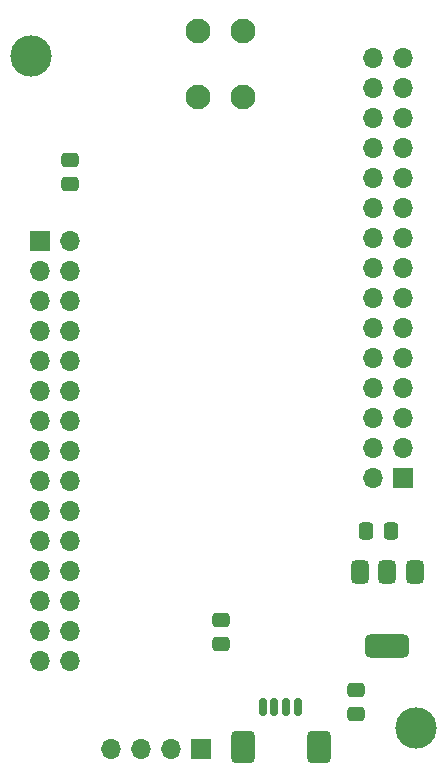
<source format=gbr>
%TF.GenerationSoftware,KiCad,Pcbnew,8.0.8*%
%TF.CreationDate,2025-01-31T12:33:27+11:00*%
%TF.ProjectId,v6_equip_joiner,76365f65-7175-4697-905f-6a6f696e6572,rev?*%
%TF.SameCoordinates,Original*%
%TF.FileFunction,Soldermask,Top*%
%TF.FilePolarity,Negative*%
%FSLAX46Y46*%
G04 Gerber Fmt 4.6, Leading zero omitted, Abs format (unit mm)*
G04 Created by KiCad (PCBNEW 8.0.8) date 2025-01-31 12:33:27*
%MOMM*%
%LPD*%
G01*
G04 APERTURE LIST*
G04 Aperture macros list*
%AMRoundRect*
0 Rectangle with rounded corners*
0 $1 Rounding radius*
0 $2 $3 $4 $5 $6 $7 $8 $9 X,Y pos of 4 corners*
0 Add a 4 corners polygon primitive as box body*
4,1,4,$2,$3,$4,$5,$6,$7,$8,$9,$2,$3,0*
0 Add four circle primitives for the rounded corners*
1,1,$1+$1,$2,$3*
1,1,$1+$1,$4,$5*
1,1,$1+$1,$6,$7*
1,1,$1+$1,$8,$9*
0 Add four rect primitives between the rounded corners*
20,1,$1+$1,$2,$3,$4,$5,0*
20,1,$1+$1,$4,$5,$6,$7,0*
20,1,$1+$1,$6,$7,$8,$9,0*
20,1,$1+$1,$8,$9,$2,$3,0*%
G04 Aperture macros list end*
%ADD10RoundRect,0.250000X0.475000X-0.337500X0.475000X0.337500X-0.475000X0.337500X-0.475000X-0.337500X0*%
%ADD11RoundRect,0.250000X-0.475000X0.337500X-0.475000X-0.337500X0.475000X-0.337500X0.475000X0.337500X0*%
%ADD12RoundRect,0.150000X-0.150000X-0.625000X0.150000X-0.625000X0.150000X0.625000X-0.150000X0.625000X0*%
%ADD13RoundRect,0.416666X-0.583334X-0.970834X0.583334X-0.970834X0.583334X0.970834X-0.583334X0.970834X0*%
%ADD14RoundRect,0.375000X-0.375000X0.625000X-0.375000X-0.625000X0.375000X-0.625000X0.375000X0.625000X0*%
%ADD15RoundRect,0.500000X-1.400000X0.500000X-1.400000X-0.500000X1.400000X-0.500000X1.400000X0.500000X0*%
%ADD16R,1.700000X1.700000*%
%ADD17O,1.700000X1.700000*%
%ADD18C,2.100000*%
%ADD19C,3.500000*%
%ADD20RoundRect,0.250000X-0.337500X-0.475000X0.337500X-0.475000X0.337500X0.475000X-0.337500X0.475000X0*%
G04 APERTURE END LIST*
D10*
%TO.C,C4*%
X144881600Y-51710500D03*
X144881600Y-49635500D03*
%TD*%
D11*
%TO.C,C3*%
X169138600Y-94517300D03*
X169138600Y-96592300D03*
%TD*%
D12*
%TO.C,CON2*%
X161212400Y-95942400D03*
X162212400Y-95942400D03*
X163212400Y-95942400D03*
X164212400Y-95942400D03*
D13*
X159512000Y-99364800D03*
X165963600Y-99364800D03*
%TD*%
D14*
%TO.C,U1*%
X174080200Y-84556200D03*
X171780200Y-84556200D03*
D15*
X171780200Y-90856200D03*
D14*
X169480200Y-84556200D03*
%TD*%
D16*
%TO.C,J1*%
X142367000Y-56489600D03*
D17*
X144907000Y-56489600D03*
X142367000Y-59029600D03*
X144907000Y-59029600D03*
X142367000Y-61569600D03*
X144907000Y-61569600D03*
X142367000Y-64109600D03*
X144907000Y-64109600D03*
X142367000Y-66649600D03*
X144907000Y-66649600D03*
X142367000Y-69189600D03*
X144907000Y-69189600D03*
X142367000Y-71729600D03*
X144907000Y-71729600D03*
X142367000Y-74269600D03*
X144907000Y-74269600D03*
X142367000Y-76809600D03*
X144907000Y-76809600D03*
X142367000Y-79349600D03*
X144907000Y-79349600D03*
X142367000Y-81889600D03*
X144907000Y-81889600D03*
X142367000Y-84429600D03*
X144907000Y-84429600D03*
X142367000Y-86969600D03*
X144907000Y-86969600D03*
X142367000Y-89509600D03*
X144907000Y-89509600D03*
X142367000Y-92049600D03*
X144907000Y-92049600D03*
%TD*%
D18*
%TO.C,J3*%
X155778200Y-44297600D03*
X159588200Y-44297600D03*
%TD*%
D19*
%TO.C,H1*%
X141630400Y-40843200D03*
%TD*%
D16*
%TO.C,CON1*%
X155956000Y-99517200D03*
D17*
X153416000Y-99517200D03*
X150876000Y-99517200D03*
X148336000Y-99517200D03*
%TD*%
D19*
%TO.C,H2*%
X174167800Y-97739200D03*
%TD*%
D16*
%TO.C,J2*%
X173101000Y-76555600D03*
D17*
X170561000Y-76555600D03*
X173101000Y-74015600D03*
X170561000Y-74015600D03*
X173101000Y-71475600D03*
X170561000Y-71475600D03*
X173101000Y-68935600D03*
X170561000Y-68935600D03*
X173101000Y-66395600D03*
X170561000Y-66395600D03*
X173101000Y-63855600D03*
X170561000Y-63855600D03*
X173101000Y-61315600D03*
X170561000Y-61315600D03*
X173101000Y-58775600D03*
X170561000Y-58775600D03*
X173101000Y-56235600D03*
X170561000Y-56235600D03*
X173101000Y-53695600D03*
X170561000Y-53695600D03*
X173101000Y-51155600D03*
X170561000Y-51155600D03*
X173101000Y-48615600D03*
X170561000Y-48615600D03*
X173101000Y-46075600D03*
X170561000Y-46075600D03*
X173101000Y-43535600D03*
X170561000Y-43535600D03*
X173101000Y-40995600D03*
X170561000Y-40995600D03*
%TD*%
D20*
%TO.C,C2*%
X170006100Y-81051400D03*
X172081100Y-81051400D03*
%TD*%
D10*
%TO.C,C1*%
X157657800Y-90674100D03*
X157657800Y-88599100D03*
%TD*%
D18*
%TO.C,J4*%
X155778200Y-38746800D03*
X159588200Y-38746800D03*
%TD*%
M02*

</source>
